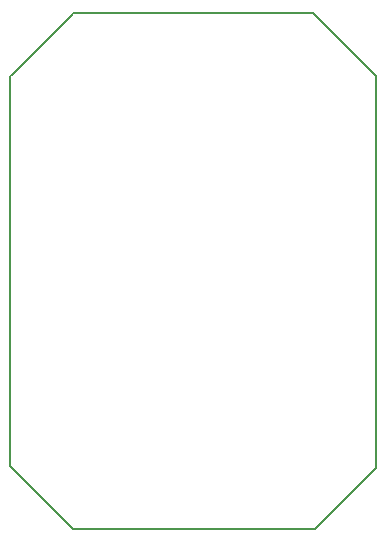
<source format=gbr>
G04 #@! TF.FileFunction,Profile,NP*
%FSLAX46Y46*%
G04 Gerber Fmt 4.6, Leading zero omitted, Abs format (unit mm)*
G04 Created by KiCad (PCBNEW 4.0.6-e0-6349~53~ubuntu16.04.1) date Sun Jun 11 18:05:23 2017*
%MOMM*%
%LPD*%
G01*
G04 APERTURE LIST*
%ADD10C,0.100000*%
%ADD11C,0.150000*%
G04 APERTURE END LIST*
D10*
D11*
X196469000Y-82169000D02*
X196596000Y-82042000D01*
X196469000Y-115189000D02*
X196469000Y-82169000D01*
X196596000Y-115316000D02*
X196469000Y-115189000D01*
X201803000Y-120523000D02*
X196596000Y-115316000D01*
X222250000Y-120523000D02*
X201803000Y-120523000D01*
X222377000Y-120396000D02*
X222250000Y-120523000D01*
X227457000Y-115316000D02*
X222377000Y-120396000D01*
X227457000Y-82169000D02*
X227457000Y-115316000D01*
X222123000Y-76835000D02*
X227457000Y-82169000D01*
X201803000Y-76835000D02*
X222123000Y-76835000D01*
X201676000Y-76962000D02*
X201803000Y-76835000D01*
X196596000Y-82042000D02*
X201676000Y-76962000D01*
M02*

</source>
